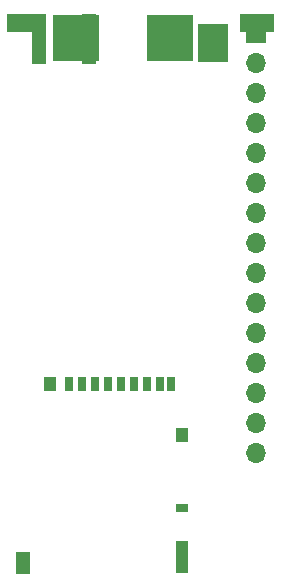
<source format=gbs>
G04 #@! TF.FileFunction,Soldermask,Bot*
%FSLAX46Y46*%
G04 Gerber Fmt 4.6, Leading zero omitted, Abs format (unit mm)*
G04 Created by KiCad (PCBNEW 4.0.6+dfsg1-1) date Thu Dec 21 22:59:20 2017*
%MOMM*%
%LPD*%
G01*
G04 APERTURE LIST*
%ADD10C,0.100000*%
%ADD11R,1.700000X1.700000*%
%ADD12O,1.700000X1.700000*%
%ADD13R,0.700000X1.200000*%
%ADD14R,1.000000X1.200000*%
%ADD15R,1.000000X0.800000*%
%ADD16R,1.000000X2.800000*%
%ADD17R,1.300000X1.900000*%
%ADD18R,3.000000X1.500000*%
%ADD19R,4.000000X4.000000*%
%ADD20R,1.270000X4.191000*%
%ADD21R,2.600000X3.300000*%
G04 APERTURE END LIST*
D10*
D11*
X68322000Y-76378000D03*
D12*
X68322000Y-78918000D03*
X68322000Y-81458000D03*
X68322000Y-83998000D03*
X68322000Y-86538000D03*
X68322000Y-89078000D03*
X68322000Y-91618000D03*
X68322000Y-94158000D03*
X68322000Y-96698000D03*
X68322000Y-99238000D03*
X68322000Y-101778000D03*
X68322000Y-104318000D03*
X68322000Y-106858000D03*
X68322000Y-109398000D03*
X68322000Y-111938000D03*
D13*
X61150000Y-106100000D03*
X60200000Y-106100000D03*
X52500000Y-106100000D03*
X53600000Y-106100000D03*
X54700000Y-106100000D03*
X55800000Y-106100000D03*
X56900000Y-106100000D03*
X58000000Y-106100000D03*
X59100000Y-106100000D03*
D14*
X50950000Y-106100000D03*
X62100000Y-110400000D03*
D15*
X62100000Y-116600000D03*
D16*
X62100000Y-120750000D03*
D17*
X48600000Y-121200000D03*
D18*
X48750000Y-75500000D03*
X68450000Y-75500000D03*
D19*
X53100000Y-76800000D03*
X61100000Y-76800000D03*
D20*
X54246300Y-76895500D03*
X49953700Y-76895500D03*
D21*
X64700000Y-77150000D03*
M02*

</source>
